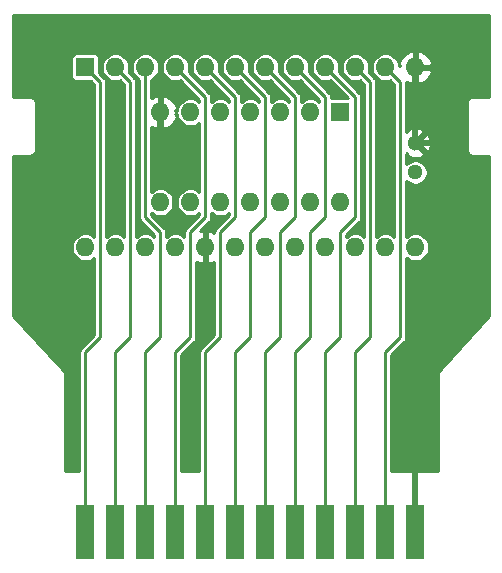
<source format=gbr>
%TF.GenerationSoftware,KiCad,Pcbnew,5.1.9+dfsg1-1+deb11u1*%
%TF.CreationDate,2022-09-21T02:53:36+02:00*%
%TF.ProjectId,outline+2600cart,6f75746c-696e-4652-9b32-363030636172,rev?*%
%TF.SameCoordinates,Original*%
%TF.FileFunction,Copper,L1,Top*%
%TF.FilePolarity,Positive*%
%FSLAX46Y46*%
G04 Gerber Fmt 4.6, Leading zero omitted, Abs format (unit mm)*
G04 Created by KiCad (PCBNEW 5.1.9+dfsg1-1+deb11u1) date 2022-09-21 02:53:36*
%MOMM*%
%LPD*%
G01*
G04 APERTURE LIST*
%TA.AperFunction,ComponentPad*%
%ADD10R,1.600000X1.600000*%
%TD*%
%TA.AperFunction,ComponentPad*%
%ADD11O,1.600000X1.600000*%
%TD*%
%TA.AperFunction,ComponentPad*%
%ADD12O,1.300000X1.300000*%
%TD*%
%TA.AperFunction,ComponentPad*%
%ADD13C,1.300000*%
%TD*%
%TA.AperFunction,ConnectorPad*%
%ADD14R,1.524000X4.572000*%
%TD*%
%TA.AperFunction,ViaPad*%
%ADD15C,0.600000*%
%TD*%
%TA.AperFunction,Conductor*%
%ADD16C,0.500000*%
%TD*%
%TA.AperFunction,Conductor*%
%ADD17C,0.250000*%
%TD*%
%TA.AperFunction,Conductor*%
%ADD18C,0.254000*%
%TD*%
%TA.AperFunction,Conductor*%
%ADD19C,0.100000*%
%TD*%
G04 APERTURE END LIST*
D10*
%TO.P,U3,1*%
%TO.N,A7*%
X95504000Y-50800000D03*
D11*
%TO.P,U3,2*%
%TO.N,A6*%
X98044000Y-50800000D03*
%TO.P,U3,3*%
%TO.N,A5*%
X100584000Y-50800000D03*
%TO.P,U3,4*%
%TO.N,A4*%
X103124000Y-50800000D03*
%TO.P,U3,5*%
%TO.N,A3*%
X105664000Y-50800000D03*
%TO.P,U3,6*%
%TO.N,A2*%
X108204000Y-50800000D03*
%TO.P,U3,7*%
%TO.N,A1*%
X110744000Y-50800000D03*
%TO.P,U3,8*%
%TO.N,A0*%
X113284000Y-50800000D03*
%TO.P,U3,9*%
%TO.N,D0*%
X115824000Y-50800000D03*
%TO.P,U3,10*%
%TO.N,D1*%
X118364000Y-50800000D03*
%TO.P,U3,11*%
%TO.N,D2*%
X120904000Y-50800000D03*
%TO.P,U3,12*%
%TO.N,GND*%
X123444000Y-50800000D03*
%TO.P,U3,13*%
%TO.N,D3*%
X123444000Y-66040000D03*
%TO.P,U3,14*%
%TO.N,D4*%
X120904000Y-66040000D03*
%TO.P,U3,15*%
%TO.N,D5*%
X118364000Y-66040000D03*
%TO.P,U3,16*%
%TO.N,D6*%
X115824000Y-66040000D03*
%TO.P,U3,17*%
%TO.N,D7*%
X113284000Y-66040000D03*
%TO.P,U3,18*%
%TO.N,~ENABLE*%
X110744000Y-66040000D03*
%TO.P,U3,19*%
%TO.N,A10*%
X108204000Y-66040000D03*
%TO.P,U3,20*%
%TO.N,GND*%
X105664000Y-66040000D03*
%TO.P,U3,21*%
%TO.N,A11*%
X103124000Y-66040000D03*
%TO.P,U3,22*%
%TO.N,A9*%
X100584000Y-66040000D03*
%TO.P,U3,23*%
%TO.N,A8*%
X98044000Y-66040000D03*
%TO.P,U3,24*%
%TO.N,VCC*%
X95504000Y-66040000D03*
%TD*%
D12*
%TO.P,C1,1*%
%TO.N,VCC*%
X123444000Y-59690000D03*
D13*
%TO.P,C1,2*%
%TO.N,GND*%
X123444000Y-57190000D03*
%TD*%
D10*
%TO.P,U2,1*%
%TO.N,VCC*%
X117094000Y-54610000D03*
D11*
%TO.P,U2,2*%
%TO.N,Net-(U2-Pad2)*%
X114554000Y-54610000D03*
%TO.P,U2,3*%
%TO.N,VCC*%
X112014000Y-54610000D03*
%TO.P,U2,4*%
%TO.N,Net-(U2-Pad4)*%
X109474000Y-54610000D03*
%TO.P,U2,5*%
%TO.N,VCC*%
X106934000Y-54610000D03*
%TO.P,U2,6*%
%TO.N,Net-(U2-Pad6)*%
X104394000Y-54610000D03*
%TO.P,U2,7*%
%TO.N,GND*%
X101854000Y-54610000D03*
%TO.P,U2,8*%
%TO.N,Net-(U2-Pad8)*%
X101854000Y-62230000D03*
%TO.P,U2,9*%
%TO.N,VCC*%
X104394000Y-62230000D03*
%TO.P,U2,10*%
%TO.N,Net-(U2-Pad10)*%
X106934000Y-62230000D03*
%TO.P,U2,11*%
%TO.N,VCC*%
X109474000Y-62230000D03*
%TO.P,U2,12*%
%TO.N,~ENABLE*%
X112014000Y-62230000D03*
%TO.P,U2,13*%
%TO.N,A12*%
X114554000Y-62230000D03*
%TO.P,U2,14*%
%TO.N,VCC*%
X117094000Y-62230000D03*
%TD*%
D14*
%TO.P,U1,12*%
%TO.N,GND*%
X123444000Y-90170000D03*
%TO.P,U1,11*%
%TO.N,D2*%
X120904000Y-90170000D03*
%TO.P,U1,10*%
%TO.N,D1*%
X118364000Y-90170000D03*
%TO.P,U1,9*%
%TO.N,D0*%
X115824000Y-90170000D03*
%TO.P,U1,8*%
%TO.N,A0*%
X113284000Y-90170000D03*
%TO.P,U1,7*%
%TO.N,A1*%
X110744000Y-90170000D03*
%TO.P,U1,6*%
%TO.N,A2*%
X108204000Y-90170000D03*
%TO.P,U1,5*%
%TO.N,A3*%
X105664000Y-90170000D03*
%TO.P,U1,4*%
%TO.N,A4*%
X103124000Y-90170000D03*
%TO.P,U1,3*%
%TO.N,A5*%
X100584000Y-90170000D03*
%TO.P,U1,2*%
%TO.N,A6*%
X98044000Y-90170000D03*
%TO.P,U1,1*%
%TO.N,A7*%
X95504000Y-90170000D03*
%TD*%
D15*
%TO.N,GND*%
X103124000Y-63500000D03*
%TD*%
D16*
%TO.N,GND*%
X101854000Y-54610000D02*
X101854000Y-55880000D01*
X101854000Y-55880000D02*
X103124000Y-57150000D01*
X103124000Y-57150000D02*
X103124000Y-63500000D01*
X123444000Y-88900000D02*
X123444000Y-74930000D01*
X123444000Y-74930000D02*
X124714000Y-73660000D01*
X124714000Y-73660000D02*
X125984000Y-72390000D01*
X125984000Y-72390000D02*
X125984000Y-58420000D01*
X125984000Y-58420000D02*
X124754000Y-57190000D01*
X124754000Y-57190000D02*
X123444000Y-57190000D01*
X123444000Y-57190000D02*
X123444000Y-50800000D01*
D17*
%TO.N,A7*%
X96774000Y-52070000D02*
X95504000Y-50800000D01*
X96774000Y-73660000D02*
X96774000Y-52070000D01*
X95504000Y-88900000D02*
X95504000Y-74930000D01*
X95504000Y-74930000D02*
X96774000Y-73660000D01*
%TO.N,A6*%
X99314000Y-52070000D02*
X98044000Y-50800000D01*
X99314000Y-73660000D02*
X99314000Y-52070000D01*
X98044000Y-88900000D02*
X98044000Y-74930000D01*
X98044000Y-74930000D02*
X99314000Y-73660000D01*
%TO.N,A5*%
X100584000Y-63500000D02*
X100584000Y-50800000D01*
X101854000Y-64770000D02*
X100584000Y-63500000D01*
X101854000Y-73660000D02*
X101854000Y-64770000D01*
X100584000Y-88900000D02*
X100584000Y-74930000D01*
X100584000Y-74930000D02*
X101854000Y-73660000D01*
%TO.N,A4*%
X105664000Y-53340000D02*
X103124000Y-50800000D01*
X105664000Y-63500000D02*
X105664000Y-53340000D01*
X104394000Y-64770000D02*
X105664000Y-63500000D01*
X104394000Y-73660000D02*
X104394000Y-64770000D01*
X103124000Y-88900000D02*
X103124000Y-74930000D01*
X103124000Y-74930000D02*
X104394000Y-73660000D01*
%TO.N,A3*%
X108204000Y-53340000D02*
X105664000Y-50800000D01*
X108204000Y-63500000D02*
X108204000Y-53340000D01*
X106934000Y-64770000D02*
X108204000Y-63500000D01*
X106934000Y-73660000D02*
X106934000Y-64770000D01*
X105664000Y-88900000D02*
X105664000Y-74930000D01*
X105664000Y-74930000D02*
X106934000Y-73660000D01*
%TO.N,A2*%
X108204000Y-88900000D02*
X108204000Y-74930000D01*
X108204000Y-74930000D02*
X109474000Y-73660000D01*
X110744000Y-53340000D02*
X108204000Y-50800000D01*
X110744000Y-63500000D02*
X110744000Y-53340000D01*
X109474000Y-64770000D02*
X110744000Y-63500000D01*
X109474000Y-73660000D02*
X109474000Y-64770000D01*
%TO.N,A1*%
X113284000Y-53340000D02*
X110744000Y-50800000D01*
X113284000Y-63500000D02*
X113284000Y-53340000D01*
X112014000Y-64770000D02*
X113284000Y-63500000D01*
X112014000Y-73660000D02*
X112014000Y-64770000D01*
X110744000Y-88900000D02*
X110744000Y-74930000D01*
X110744000Y-74930000D02*
X112014000Y-73660000D01*
%TO.N,A0*%
X113284000Y-88900000D02*
X113284000Y-74930000D01*
X115824000Y-53340000D02*
X113284000Y-50800000D01*
X115824000Y-63500000D02*
X115824000Y-53340000D01*
X114554000Y-64770000D02*
X115824000Y-63500000D01*
X114554000Y-73660000D02*
X114554000Y-64770000D01*
X113284000Y-74930000D02*
X114554000Y-73660000D01*
%TO.N,D0*%
X118364000Y-53340000D02*
X115824000Y-50800000D01*
X118364000Y-63500000D02*
X118364000Y-53340000D01*
X117094000Y-64770000D02*
X118364000Y-63500000D01*
X117094000Y-73660000D02*
X117094000Y-64770000D01*
X115824000Y-88900000D02*
X115824000Y-74930000D01*
X115824000Y-74930000D02*
X117094000Y-73660000D01*
%TO.N,D1*%
X119634000Y-52070000D02*
X118364000Y-50800000D01*
X119634000Y-73660000D02*
X119634000Y-52070000D01*
X118364000Y-88900000D02*
X118364000Y-74930000D01*
X118364000Y-74930000D02*
X119634000Y-73660000D01*
%TO.N,D2*%
X120904000Y-88900000D02*
X120904000Y-74930000D01*
X120904000Y-74930000D02*
X122174000Y-73660000D01*
X122174000Y-52070000D02*
X120904000Y-50800000D01*
X122174000Y-73660000D02*
X122174000Y-52070000D01*
%TD*%
D18*
%TO.N,GND*%
X107698000Y-63290408D02*
X106593780Y-64394629D01*
X106574474Y-64410473D01*
X106511242Y-64487521D01*
X106486127Y-64534508D01*
X106464255Y-64575426D01*
X106435322Y-64670808D01*
X106425553Y-64770000D01*
X106428001Y-64794856D01*
X106428001Y-64828666D01*
X106401420Y-64808963D01*
X106147087Y-64688754D01*
X106013039Y-64648096D01*
X105791000Y-64770085D01*
X105791000Y-65913000D01*
X105811000Y-65913000D01*
X105811000Y-66167000D01*
X105791000Y-66167000D01*
X105791000Y-67309915D01*
X106013039Y-67431904D01*
X106147087Y-67391246D01*
X106401420Y-67271037D01*
X106428001Y-67251334D01*
X106428000Y-73450408D01*
X105323780Y-74554629D01*
X105304474Y-74570473D01*
X105241242Y-74647521D01*
X105216127Y-74694508D01*
X105194255Y-74735426D01*
X105165322Y-74830808D01*
X105155553Y-74930000D01*
X105158001Y-74954856D01*
X105158000Y-84963000D01*
X103630000Y-84963000D01*
X103630000Y-75139591D01*
X104734220Y-74035372D01*
X104753527Y-74019527D01*
X104816759Y-73942479D01*
X104863745Y-73854575D01*
X104892678Y-73759193D01*
X104900000Y-73684854D01*
X104900000Y-73684847D01*
X104902447Y-73660001D01*
X104900000Y-73635155D01*
X104900000Y-67251335D01*
X104926580Y-67271037D01*
X105180913Y-67391246D01*
X105314961Y-67431904D01*
X105537000Y-67309915D01*
X105537000Y-66167000D01*
X105517000Y-66167000D01*
X105517000Y-65913000D01*
X105537000Y-65913000D01*
X105537000Y-64770085D01*
X105314961Y-64648096D01*
X105195158Y-64684433D01*
X106004220Y-63875372D01*
X106023527Y-63859527D01*
X106086759Y-63782479D01*
X106133745Y-63694575D01*
X106162678Y-63599193D01*
X106170000Y-63524854D01*
X106170000Y-63524847D01*
X106172447Y-63500001D01*
X106170000Y-63475155D01*
X106170000Y-63136185D01*
X106181157Y-63147342D01*
X106374587Y-63276588D01*
X106589515Y-63365614D01*
X106817682Y-63411000D01*
X107050318Y-63411000D01*
X107278485Y-63365614D01*
X107493413Y-63276588D01*
X107686843Y-63147342D01*
X107698000Y-63136185D01*
X107698000Y-63290408D01*
%TA.AperFunction,Conductor*%
D19*
G36*
X107698000Y-63290408D02*
G01*
X106593780Y-64394629D01*
X106574474Y-64410473D01*
X106511242Y-64487521D01*
X106486127Y-64534508D01*
X106464255Y-64575426D01*
X106435322Y-64670808D01*
X106425553Y-64770000D01*
X106428001Y-64794856D01*
X106428001Y-64828666D01*
X106401420Y-64808963D01*
X106147087Y-64688754D01*
X106013039Y-64648096D01*
X105791000Y-64770085D01*
X105791000Y-65913000D01*
X105811000Y-65913000D01*
X105811000Y-66167000D01*
X105791000Y-66167000D01*
X105791000Y-67309915D01*
X106013039Y-67431904D01*
X106147087Y-67391246D01*
X106401420Y-67271037D01*
X106428001Y-67251334D01*
X106428000Y-73450408D01*
X105323780Y-74554629D01*
X105304474Y-74570473D01*
X105241242Y-74647521D01*
X105216127Y-74694508D01*
X105194255Y-74735426D01*
X105165322Y-74830808D01*
X105155553Y-74930000D01*
X105158001Y-74954856D01*
X105158000Y-84963000D01*
X103630000Y-84963000D01*
X103630000Y-75139591D01*
X104734220Y-74035372D01*
X104753527Y-74019527D01*
X104816759Y-73942479D01*
X104863745Y-73854575D01*
X104892678Y-73759193D01*
X104900000Y-73684854D01*
X104900000Y-73684847D01*
X104902447Y-73660001D01*
X104900000Y-73635155D01*
X104900000Y-67251335D01*
X104926580Y-67271037D01*
X105180913Y-67391246D01*
X105314961Y-67431904D01*
X105537000Y-67309915D01*
X105537000Y-66167000D01*
X105517000Y-66167000D01*
X105517000Y-65913000D01*
X105537000Y-65913000D01*
X105537000Y-64770085D01*
X105314961Y-64648096D01*
X105195158Y-64684433D01*
X106004220Y-63875372D01*
X106023527Y-63859527D01*
X106086759Y-63782479D01*
X106133745Y-63694575D01*
X106162678Y-63599193D01*
X106170000Y-63524854D01*
X106170000Y-63524847D01*
X106172447Y-63500001D01*
X106170000Y-63475155D01*
X106170000Y-63136185D01*
X106181157Y-63147342D01*
X106374587Y-63276588D01*
X106589515Y-63365614D01*
X106817682Y-63411000D01*
X107050318Y-63411000D01*
X107278485Y-63365614D01*
X107493413Y-63276588D01*
X107686843Y-63147342D01*
X107698000Y-63136185D01*
X107698000Y-63290408D01*
G37*
%TD.AperFunction*%
D18*
X129667000Y-53289200D02*
X128320347Y-53289200D01*
X128295400Y-53286743D01*
X128270453Y-53289200D01*
X128195815Y-53296551D01*
X128100057Y-53325599D01*
X128011805Y-53372771D01*
X127934452Y-53436252D01*
X127870971Y-53513605D01*
X127823799Y-53601857D01*
X127794751Y-53697615D01*
X127784943Y-53797200D01*
X127787401Y-53822157D01*
X127787400Y-57760053D01*
X127784943Y-57785000D01*
X127794751Y-57884585D01*
X127823799Y-57980343D01*
X127870971Y-58068595D01*
X127934452Y-58145948D01*
X128011805Y-58209429D01*
X128100057Y-58256601D01*
X128195815Y-58285649D01*
X128295400Y-58295457D01*
X128320347Y-58293000D01*
X129667001Y-58293000D01*
X129667000Y-71887951D01*
X125481233Y-76465370D01*
X125470653Y-76474052D01*
X125447547Y-76502207D01*
X125439875Y-76510597D01*
X125431710Y-76521505D01*
X125407172Y-76551405D01*
X125401786Y-76561482D01*
X125394932Y-76570638D01*
X125378229Y-76605553D01*
X125360000Y-76639657D01*
X125356683Y-76650593D01*
X125351748Y-76660908D01*
X125342181Y-76698398D01*
X125330952Y-76735415D01*
X125329832Y-76746792D01*
X125327005Y-76757868D01*
X125324935Y-76796509D01*
X125323601Y-76810053D01*
X125323601Y-76821409D01*
X125321652Y-76857790D01*
X125323601Y-76871342D01*
X125323600Y-84963000D01*
X121410000Y-84963000D01*
X121410000Y-75139591D01*
X122514220Y-74035372D01*
X122533527Y-74019527D01*
X122596759Y-73942479D01*
X122643745Y-73854575D01*
X122672678Y-73759193D01*
X122680000Y-73684854D01*
X122680000Y-73684847D01*
X122682447Y-73660001D01*
X122680000Y-73635155D01*
X122680000Y-66946185D01*
X122691157Y-66957342D01*
X122884587Y-67086588D01*
X123099515Y-67175614D01*
X123327682Y-67221000D01*
X123560318Y-67221000D01*
X123788485Y-67175614D01*
X124003413Y-67086588D01*
X124196843Y-66957342D01*
X124361342Y-66792843D01*
X124490588Y-66599413D01*
X124579614Y-66384485D01*
X124625000Y-66156318D01*
X124625000Y-65923682D01*
X124579614Y-65695515D01*
X124490588Y-65480587D01*
X124361342Y-65287157D01*
X124196843Y-65122658D01*
X124003413Y-64993412D01*
X123788485Y-64904386D01*
X123560318Y-64859000D01*
X123327682Y-64859000D01*
X123099515Y-64904386D01*
X122884587Y-64993412D01*
X122691157Y-65122658D01*
X122680000Y-65133815D01*
X122680000Y-60384054D01*
X122786776Y-60490830D01*
X122955638Y-60603661D01*
X123143268Y-60681380D01*
X123342455Y-60721000D01*
X123545545Y-60721000D01*
X123744732Y-60681380D01*
X123932362Y-60603661D01*
X124101224Y-60490830D01*
X124244830Y-60347224D01*
X124357661Y-60178362D01*
X124435380Y-59990732D01*
X124475000Y-59791545D01*
X124475000Y-59588455D01*
X124435380Y-59389268D01*
X124357661Y-59201638D01*
X124244830Y-59032776D01*
X124101224Y-58889170D01*
X123932362Y-58776339D01*
X123744732Y-58698620D01*
X123545545Y-58659000D01*
X123342455Y-58659000D01*
X123143268Y-58698620D01*
X122955638Y-58776339D01*
X122786776Y-58889170D01*
X122680000Y-58995946D01*
X122680000Y-58133608D01*
X122738079Y-58075529D01*
X122791466Y-58304201D01*
X123021374Y-58410095D01*
X123267524Y-58469102D01*
X123520455Y-58478952D01*
X123770449Y-58439270D01*
X124007896Y-58351578D01*
X124096534Y-58304201D01*
X124149922Y-58075527D01*
X123444000Y-57369605D01*
X123429858Y-57383748D01*
X123250253Y-57204143D01*
X123264395Y-57190000D01*
X123623605Y-57190000D01*
X124329527Y-57895922D01*
X124558201Y-57842534D01*
X124664095Y-57612626D01*
X124723102Y-57366476D01*
X124732952Y-57113545D01*
X124693270Y-56863551D01*
X124605578Y-56626104D01*
X124558201Y-56537466D01*
X124329527Y-56484078D01*
X123623605Y-57190000D01*
X123264395Y-57190000D01*
X123250253Y-57175858D01*
X123429858Y-56996253D01*
X123444000Y-57010395D01*
X124149922Y-56304473D01*
X124096534Y-56075799D01*
X123866626Y-55969905D01*
X123620476Y-55910898D01*
X123367545Y-55901048D01*
X123117551Y-55940730D01*
X122880104Y-56028422D01*
X122791466Y-56075799D01*
X122738079Y-56304471D01*
X122680000Y-56246392D01*
X122680000Y-52094845D01*
X122682447Y-52069999D01*
X122680000Y-52045153D01*
X122680000Y-52045146D01*
X122676407Y-52008672D01*
X122706580Y-52031037D01*
X122960913Y-52151246D01*
X123094961Y-52191904D01*
X123317000Y-52069915D01*
X123317000Y-50927000D01*
X123571000Y-50927000D01*
X123571000Y-52069915D01*
X123793039Y-52191904D01*
X123927087Y-52151246D01*
X124181420Y-52031037D01*
X124407414Y-51863519D01*
X124596385Y-51655131D01*
X124741070Y-51413881D01*
X124835909Y-51149040D01*
X124714624Y-50927000D01*
X123571000Y-50927000D01*
X123317000Y-50927000D01*
X123297000Y-50927000D01*
X123297000Y-50673000D01*
X123317000Y-50673000D01*
X123317000Y-49530085D01*
X123571000Y-49530085D01*
X123571000Y-50673000D01*
X124714624Y-50673000D01*
X124835909Y-50450960D01*
X124741070Y-50186119D01*
X124596385Y-49944869D01*
X124407414Y-49736481D01*
X124181420Y-49568963D01*
X123927087Y-49448754D01*
X123793039Y-49408096D01*
X123571000Y-49530085D01*
X123317000Y-49530085D01*
X123094961Y-49408096D01*
X122960913Y-49448754D01*
X122706580Y-49568963D01*
X122480586Y-49736481D01*
X122291615Y-49944869D01*
X122146930Y-50186119D01*
X122052091Y-50450960D01*
X122173375Y-50672998D01*
X122082875Y-50672998D01*
X122039614Y-50455515D01*
X121950588Y-50240587D01*
X121821342Y-50047157D01*
X121656843Y-49882658D01*
X121463413Y-49753412D01*
X121248485Y-49664386D01*
X121020318Y-49619000D01*
X120787682Y-49619000D01*
X120559515Y-49664386D01*
X120344587Y-49753412D01*
X120151157Y-49882658D01*
X119986658Y-50047157D01*
X119857412Y-50240587D01*
X119768386Y-50455515D01*
X119723000Y-50683682D01*
X119723000Y-50916318D01*
X119768386Y-51144485D01*
X119857412Y-51359413D01*
X119986658Y-51552843D01*
X120151157Y-51717342D01*
X120344587Y-51846588D01*
X120559515Y-51935614D01*
X120787682Y-51981000D01*
X121020318Y-51981000D01*
X121248485Y-51935614D01*
X121301898Y-51913490D01*
X121668001Y-52279593D01*
X121668000Y-65133815D01*
X121656843Y-65122658D01*
X121463413Y-64993412D01*
X121248485Y-64904386D01*
X121020318Y-64859000D01*
X120787682Y-64859000D01*
X120559515Y-64904386D01*
X120344587Y-64993412D01*
X120151157Y-65122658D01*
X120140000Y-65133815D01*
X120140000Y-52094845D01*
X120142447Y-52069999D01*
X120140000Y-52045153D01*
X120140000Y-52045146D01*
X120132678Y-51970807D01*
X120103745Y-51875425D01*
X120056759Y-51787521D01*
X119993527Y-51710473D01*
X119974220Y-51694628D01*
X119477490Y-51197898D01*
X119499614Y-51144485D01*
X119545000Y-50916318D01*
X119545000Y-50683682D01*
X119499614Y-50455515D01*
X119410588Y-50240587D01*
X119281342Y-50047157D01*
X119116843Y-49882658D01*
X118923413Y-49753412D01*
X118708485Y-49664386D01*
X118480318Y-49619000D01*
X118247682Y-49619000D01*
X118019515Y-49664386D01*
X117804587Y-49753412D01*
X117611157Y-49882658D01*
X117446658Y-50047157D01*
X117317412Y-50240587D01*
X117228386Y-50455515D01*
X117183000Y-50683682D01*
X117183000Y-50916318D01*
X117228386Y-51144485D01*
X117317412Y-51359413D01*
X117446658Y-51552843D01*
X117611157Y-51717342D01*
X117804587Y-51846588D01*
X118019515Y-51935614D01*
X118247682Y-51981000D01*
X118480318Y-51981000D01*
X118708485Y-51935614D01*
X118761898Y-51913490D01*
X119128001Y-52279593D01*
X119128000Y-65133815D01*
X119116843Y-65122658D01*
X118923413Y-64993412D01*
X118708485Y-64904386D01*
X118480318Y-64859000D01*
X118247682Y-64859000D01*
X118019515Y-64904386D01*
X117804587Y-64993412D01*
X117611157Y-65122658D01*
X117600000Y-65133815D01*
X117600000Y-64979591D01*
X118704220Y-63875372D01*
X118723527Y-63859527D01*
X118786759Y-63782479D01*
X118833745Y-63694575D01*
X118862678Y-63599193D01*
X118870000Y-63524854D01*
X118870000Y-63524847D01*
X118872447Y-63500001D01*
X118870000Y-63475155D01*
X118870000Y-53364845D01*
X118872447Y-53339999D01*
X118870000Y-53315153D01*
X118870000Y-53315146D01*
X118862678Y-53240807D01*
X118833745Y-53145425D01*
X118786759Y-53057521D01*
X118723527Y-52980473D01*
X118704220Y-52964628D01*
X116937490Y-51197898D01*
X116959614Y-51144485D01*
X117005000Y-50916318D01*
X117005000Y-50683682D01*
X116959614Y-50455515D01*
X116870588Y-50240587D01*
X116741342Y-50047157D01*
X116576843Y-49882658D01*
X116383413Y-49753412D01*
X116168485Y-49664386D01*
X115940318Y-49619000D01*
X115707682Y-49619000D01*
X115479515Y-49664386D01*
X115264587Y-49753412D01*
X115071157Y-49882658D01*
X114906658Y-50047157D01*
X114777412Y-50240587D01*
X114688386Y-50455515D01*
X114643000Y-50683682D01*
X114643000Y-50916318D01*
X114688386Y-51144485D01*
X114777412Y-51359413D01*
X114906658Y-51552843D01*
X115071157Y-51717342D01*
X115264587Y-51846588D01*
X115479515Y-51935614D01*
X115707682Y-51981000D01*
X115940318Y-51981000D01*
X116168485Y-51935614D01*
X116221898Y-51913490D01*
X117735565Y-53427157D01*
X116330000Y-53427157D01*
X116330000Y-53364845D01*
X116332447Y-53339999D01*
X116330000Y-53315153D01*
X116330000Y-53315146D01*
X116322678Y-53240807D01*
X116293745Y-53145425D01*
X116246759Y-53057521D01*
X116183527Y-52980473D01*
X116164220Y-52964628D01*
X114397490Y-51197898D01*
X114419614Y-51144485D01*
X114465000Y-50916318D01*
X114465000Y-50683682D01*
X114419614Y-50455515D01*
X114330588Y-50240587D01*
X114201342Y-50047157D01*
X114036843Y-49882658D01*
X113843413Y-49753412D01*
X113628485Y-49664386D01*
X113400318Y-49619000D01*
X113167682Y-49619000D01*
X112939515Y-49664386D01*
X112724587Y-49753412D01*
X112531157Y-49882658D01*
X112366658Y-50047157D01*
X112237412Y-50240587D01*
X112148386Y-50455515D01*
X112103000Y-50683682D01*
X112103000Y-50916318D01*
X112148386Y-51144485D01*
X112237412Y-51359413D01*
X112366658Y-51552843D01*
X112531157Y-51717342D01*
X112724587Y-51846588D01*
X112939515Y-51935614D01*
X113167682Y-51981000D01*
X113400318Y-51981000D01*
X113628485Y-51935614D01*
X113681898Y-51913490D01*
X115318001Y-53549593D01*
X115318001Y-53703816D01*
X115306843Y-53692658D01*
X115113413Y-53563412D01*
X114898485Y-53474386D01*
X114670318Y-53429000D01*
X114437682Y-53429000D01*
X114209515Y-53474386D01*
X113994587Y-53563412D01*
X113801157Y-53692658D01*
X113790000Y-53703815D01*
X113790000Y-53364845D01*
X113792447Y-53339999D01*
X113790000Y-53315153D01*
X113790000Y-53315146D01*
X113782678Y-53240807D01*
X113753745Y-53145425D01*
X113706759Y-53057521D01*
X113643527Y-52980473D01*
X113624220Y-52964628D01*
X111857490Y-51197898D01*
X111879614Y-51144485D01*
X111925000Y-50916318D01*
X111925000Y-50683682D01*
X111879614Y-50455515D01*
X111790588Y-50240587D01*
X111661342Y-50047157D01*
X111496843Y-49882658D01*
X111303413Y-49753412D01*
X111088485Y-49664386D01*
X110860318Y-49619000D01*
X110627682Y-49619000D01*
X110399515Y-49664386D01*
X110184587Y-49753412D01*
X109991157Y-49882658D01*
X109826658Y-50047157D01*
X109697412Y-50240587D01*
X109608386Y-50455515D01*
X109563000Y-50683682D01*
X109563000Y-50916318D01*
X109608386Y-51144485D01*
X109697412Y-51359413D01*
X109826658Y-51552843D01*
X109991157Y-51717342D01*
X110184587Y-51846588D01*
X110399515Y-51935614D01*
X110627682Y-51981000D01*
X110860318Y-51981000D01*
X111088485Y-51935614D01*
X111141898Y-51913490D01*
X112778001Y-53549593D01*
X112778001Y-53703816D01*
X112766843Y-53692658D01*
X112573413Y-53563412D01*
X112358485Y-53474386D01*
X112130318Y-53429000D01*
X111897682Y-53429000D01*
X111669515Y-53474386D01*
X111454587Y-53563412D01*
X111261157Y-53692658D01*
X111250000Y-53703815D01*
X111250000Y-53364845D01*
X111252447Y-53339999D01*
X111250000Y-53315153D01*
X111250000Y-53315146D01*
X111242678Y-53240807D01*
X111213745Y-53145425D01*
X111166759Y-53057521D01*
X111103527Y-52980473D01*
X111084220Y-52964628D01*
X109317490Y-51197898D01*
X109339614Y-51144485D01*
X109385000Y-50916318D01*
X109385000Y-50683682D01*
X109339614Y-50455515D01*
X109250588Y-50240587D01*
X109121342Y-50047157D01*
X108956843Y-49882658D01*
X108763413Y-49753412D01*
X108548485Y-49664386D01*
X108320318Y-49619000D01*
X108087682Y-49619000D01*
X107859515Y-49664386D01*
X107644587Y-49753412D01*
X107451157Y-49882658D01*
X107286658Y-50047157D01*
X107157412Y-50240587D01*
X107068386Y-50455515D01*
X107023000Y-50683682D01*
X107023000Y-50916318D01*
X107068386Y-51144485D01*
X107157412Y-51359413D01*
X107286658Y-51552843D01*
X107451157Y-51717342D01*
X107644587Y-51846588D01*
X107859515Y-51935614D01*
X108087682Y-51981000D01*
X108320318Y-51981000D01*
X108548485Y-51935614D01*
X108601898Y-51913490D01*
X110238001Y-53549593D01*
X110238001Y-53703816D01*
X110226843Y-53692658D01*
X110033413Y-53563412D01*
X109818485Y-53474386D01*
X109590318Y-53429000D01*
X109357682Y-53429000D01*
X109129515Y-53474386D01*
X108914587Y-53563412D01*
X108721157Y-53692658D01*
X108710000Y-53703815D01*
X108710000Y-53364845D01*
X108712447Y-53339999D01*
X108710000Y-53315153D01*
X108710000Y-53315146D01*
X108702678Y-53240807D01*
X108673745Y-53145425D01*
X108626759Y-53057521D01*
X108563527Y-52980473D01*
X108544220Y-52964628D01*
X106777490Y-51197898D01*
X106799614Y-51144485D01*
X106845000Y-50916318D01*
X106845000Y-50683682D01*
X106799614Y-50455515D01*
X106710588Y-50240587D01*
X106581342Y-50047157D01*
X106416843Y-49882658D01*
X106223413Y-49753412D01*
X106008485Y-49664386D01*
X105780318Y-49619000D01*
X105547682Y-49619000D01*
X105319515Y-49664386D01*
X105104587Y-49753412D01*
X104911157Y-49882658D01*
X104746658Y-50047157D01*
X104617412Y-50240587D01*
X104528386Y-50455515D01*
X104483000Y-50683682D01*
X104483000Y-50916318D01*
X104528386Y-51144485D01*
X104617412Y-51359413D01*
X104746658Y-51552843D01*
X104911157Y-51717342D01*
X105104587Y-51846588D01*
X105319515Y-51935614D01*
X105547682Y-51981000D01*
X105780318Y-51981000D01*
X106008485Y-51935614D01*
X106061898Y-51913490D01*
X107698001Y-53549593D01*
X107698001Y-53703816D01*
X107686843Y-53692658D01*
X107493413Y-53563412D01*
X107278485Y-53474386D01*
X107050318Y-53429000D01*
X106817682Y-53429000D01*
X106589515Y-53474386D01*
X106374587Y-53563412D01*
X106181157Y-53692658D01*
X106170000Y-53703815D01*
X106170000Y-53364845D01*
X106172447Y-53339999D01*
X106170000Y-53315153D01*
X106170000Y-53315146D01*
X106162678Y-53240807D01*
X106133745Y-53145425D01*
X106086759Y-53057521D01*
X106023527Y-52980473D01*
X106004220Y-52964628D01*
X104237490Y-51197898D01*
X104259614Y-51144485D01*
X104305000Y-50916318D01*
X104305000Y-50683682D01*
X104259614Y-50455515D01*
X104170588Y-50240587D01*
X104041342Y-50047157D01*
X103876843Y-49882658D01*
X103683413Y-49753412D01*
X103468485Y-49664386D01*
X103240318Y-49619000D01*
X103007682Y-49619000D01*
X102779515Y-49664386D01*
X102564587Y-49753412D01*
X102371157Y-49882658D01*
X102206658Y-50047157D01*
X102077412Y-50240587D01*
X101988386Y-50455515D01*
X101943000Y-50683682D01*
X101943000Y-50916318D01*
X101988386Y-51144485D01*
X102077412Y-51359413D01*
X102206658Y-51552843D01*
X102371157Y-51717342D01*
X102564587Y-51846588D01*
X102779515Y-51935614D01*
X103007682Y-51981000D01*
X103240318Y-51981000D01*
X103468485Y-51935614D01*
X103521898Y-51913490D01*
X105158001Y-53549593D01*
X105158001Y-53703816D01*
X105146843Y-53692658D01*
X104953413Y-53563412D01*
X104738485Y-53474386D01*
X104510318Y-53429000D01*
X104277682Y-53429000D01*
X104049515Y-53474386D01*
X103834587Y-53563412D01*
X103641157Y-53692658D01*
X103476658Y-53857157D01*
X103347412Y-54050587D01*
X103258386Y-54265515D01*
X103215125Y-54482998D01*
X103124625Y-54482998D01*
X103245909Y-54260960D01*
X103151070Y-53996119D01*
X103006385Y-53754869D01*
X102817414Y-53546481D01*
X102591420Y-53378963D01*
X102337087Y-53258754D01*
X102203039Y-53218096D01*
X101981000Y-53340085D01*
X101981000Y-54483000D01*
X102001000Y-54483000D01*
X102001000Y-54737000D01*
X101981000Y-54737000D01*
X101981000Y-55879915D01*
X102203039Y-56001904D01*
X102337087Y-55961246D01*
X102591420Y-55841037D01*
X102817414Y-55673519D01*
X103006385Y-55465131D01*
X103151070Y-55223881D01*
X103245909Y-54959040D01*
X103124625Y-54737002D01*
X103215125Y-54737002D01*
X103258386Y-54954485D01*
X103347412Y-55169413D01*
X103476658Y-55362843D01*
X103641157Y-55527342D01*
X103834587Y-55656588D01*
X104049515Y-55745614D01*
X104277682Y-55791000D01*
X104510318Y-55791000D01*
X104738485Y-55745614D01*
X104953413Y-55656588D01*
X105146843Y-55527342D01*
X105158001Y-55516184D01*
X105158000Y-61323815D01*
X105146843Y-61312658D01*
X104953413Y-61183412D01*
X104738485Y-61094386D01*
X104510318Y-61049000D01*
X104277682Y-61049000D01*
X104049515Y-61094386D01*
X103834587Y-61183412D01*
X103641157Y-61312658D01*
X103476658Y-61477157D01*
X103347412Y-61670587D01*
X103258386Y-61885515D01*
X103213000Y-62113682D01*
X103213000Y-62346318D01*
X103258386Y-62574485D01*
X103347412Y-62789413D01*
X103476658Y-62982843D01*
X103641157Y-63147342D01*
X103834587Y-63276588D01*
X104049515Y-63365614D01*
X104277682Y-63411000D01*
X104510318Y-63411000D01*
X104738485Y-63365614D01*
X104953413Y-63276588D01*
X105146843Y-63147342D01*
X105158000Y-63136185D01*
X105158000Y-63290408D01*
X104053780Y-64394629D01*
X104034474Y-64410473D01*
X103971242Y-64487521D01*
X103946127Y-64534508D01*
X103924255Y-64575426D01*
X103895322Y-64670808D01*
X103885553Y-64770000D01*
X103888001Y-64794856D01*
X103888001Y-65133816D01*
X103876843Y-65122658D01*
X103683413Y-64993412D01*
X103468485Y-64904386D01*
X103240318Y-64859000D01*
X103007682Y-64859000D01*
X102779515Y-64904386D01*
X102564587Y-64993412D01*
X102371157Y-65122658D01*
X102360000Y-65133815D01*
X102360000Y-64794845D01*
X102362447Y-64769999D01*
X102360000Y-64745153D01*
X102360000Y-64745146D01*
X102352678Y-64670807D01*
X102323745Y-64575425D01*
X102276759Y-64487521D01*
X102213527Y-64410473D01*
X102194220Y-64394628D01*
X101090000Y-63290409D01*
X101090000Y-63136185D01*
X101101157Y-63147342D01*
X101294587Y-63276588D01*
X101509515Y-63365614D01*
X101737682Y-63411000D01*
X101970318Y-63411000D01*
X102198485Y-63365614D01*
X102413413Y-63276588D01*
X102606843Y-63147342D01*
X102771342Y-62982843D01*
X102900588Y-62789413D01*
X102989614Y-62574485D01*
X103035000Y-62346318D01*
X103035000Y-62113682D01*
X102989614Y-61885515D01*
X102900588Y-61670587D01*
X102771342Y-61477157D01*
X102606843Y-61312658D01*
X102413413Y-61183412D01*
X102198485Y-61094386D01*
X101970318Y-61049000D01*
X101737682Y-61049000D01*
X101509515Y-61094386D01*
X101294587Y-61183412D01*
X101101157Y-61312658D01*
X101090000Y-61323815D01*
X101090000Y-55821335D01*
X101116580Y-55841037D01*
X101370913Y-55961246D01*
X101504961Y-56001904D01*
X101727000Y-55879915D01*
X101727000Y-54737000D01*
X101707000Y-54737000D01*
X101707000Y-54483000D01*
X101727000Y-54483000D01*
X101727000Y-53340085D01*
X101504961Y-53218096D01*
X101370913Y-53258754D01*
X101116580Y-53378963D01*
X101090000Y-53398665D01*
X101090000Y-51868712D01*
X101143413Y-51846588D01*
X101336843Y-51717342D01*
X101501342Y-51552843D01*
X101630588Y-51359413D01*
X101719614Y-51144485D01*
X101765000Y-50916318D01*
X101765000Y-50683682D01*
X101719614Y-50455515D01*
X101630588Y-50240587D01*
X101501342Y-50047157D01*
X101336843Y-49882658D01*
X101143413Y-49753412D01*
X100928485Y-49664386D01*
X100700318Y-49619000D01*
X100467682Y-49619000D01*
X100239515Y-49664386D01*
X100024587Y-49753412D01*
X99831157Y-49882658D01*
X99666658Y-50047157D01*
X99537412Y-50240587D01*
X99448386Y-50455515D01*
X99403000Y-50683682D01*
X99403000Y-50916318D01*
X99448386Y-51144485D01*
X99537412Y-51359413D01*
X99666658Y-51552843D01*
X99831157Y-51717342D01*
X100024587Y-51846588D01*
X100078001Y-51868713D01*
X100078000Y-63475154D01*
X100075553Y-63500000D01*
X100078000Y-63524846D01*
X100078000Y-63524853D01*
X100085322Y-63599192D01*
X100114255Y-63694574D01*
X100161241Y-63782479D01*
X100224473Y-63859527D01*
X100243785Y-63875376D01*
X101348001Y-64979593D01*
X101348001Y-65133816D01*
X101336843Y-65122658D01*
X101143413Y-64993412D01*
X100928485Y-64904386D01*
X100700318Y-64859000D01*
X100467682Y-64859000D01*
X100239515Y-64904386D01*
X100024587Y-64993412D01*
X99831157Y-65122658D01*
X99820000Y-65133815D01*
X99820000Y-52094845D01*
X99822447Y-52069999D01*
X99820000Y-52045153D01*
X99820000Y-52045146D01*
X99812678Y-51970807D01*
X99783745Y-51875425D01*
X99736759Y-51787521D01*
X99673527Y-51710473D01*
X99654220Y-51694628D01*
X99157490Y-51197898D01*
X99179614Y-51144485D01*
X99225000Y-50916318D01*
X99225000Y-50683682D01*
X99179614Y-50455515D01*
X99090588Y-50240587D01*
X98961342Y-50047157D01*
X98796843Y-49882658D01*
X98603413Y-49753412D01*
X98388485Y-49664386D01*
X98160318Y-49619000D01*
X97927682Y-49619000D01*
X97699515Y-49664386D01*
X97484587Y-49753412D01*
X97291157Y-49882658D01*
X97126658Y-50047157D01*
X96997412Y-50240587D01*
X96908386Y-50455515D01*
X96863000Y-50683682D01*
X96863000Y-50916318D01*
X96908386Y-51144485D01*
X96997412Y-51359413D01*
X97126658Y-51552843D01*
X97291157Y-51717342D01*
X97484587Y-51846588D01*
X97699515Y-51935614D01*
X97927682Y-51981000D01*
X98160318Y-51981000D01*
X98388485Y-51935614D01*
X98441898Y-51913490D01*
X98808001Y-52279593D01*
X98808000Y-65133815D01*
X98796843Y-65122658D01*
X98603413Y-64993412D01*
X98388485Y-64904386D01*
X98160318Y-64859000D01*
X97927682Y-64859000D01*
X97699515Y-64904386D01*
X97484587Y-64993412D01*
X97291157Y-65122658D01*
X97280000Y-65133815D01*
X97280000Y-52094845D01*
X97282447Y-52069999D01*
X97280000Y-52045153D01*
X97280000Y-52045146D01*
X97272678Y-51970807D01*
X97243745Y-51875425D01*
X97196759Y-51787521D01*
X97133527Y-51710473D01*
X97114220Y-51694628D01*
X96686843Y-51267251D01*
X96686843Y-50000000D01*
X96679487Y-49925311D01*
X96657701Y-49853492D01*
X96622322Y-49787304D01*
X96574711Y-49729289D01*
X96516696Y-49681678D01*
X96450508Y-49646299D01*
X96378689Y-49624513D01*
X96304000Y-49617157D01*
X94704000Y-49617157D01*
X94629311Y-49624513D01*
X94557492Y-49646299D01*
X94491304Y-49681678D01*
X94433289Y-49729289D01*
X94385678Y-49787304D01*
X94350299Y-49853492D01*
X94328513Y-49925311D01*
X94321157Y-50000000D01*
X94321157Y-51600000D01*
X94328513Y-51674689D01*
X94350299Y-51746508D01*
X94385678Y-51812696D01*
X94433289Y-51870711D01*
X94491304Y-51918322D01*
X94557492Y-51953701D01*
X94629311Y-51975487D01*
X94704000Y-51982843D01*
X95971251Y-51982843D01*
X96268001Y-52279593D01*
X96268000Y-65133815D01*
X96256843Y-65122658D01*
X96063413Y-64993412D01*
X95848485Y-64904386D01*
X95620318Y-64859000D01*
X95387682Y-64859000D01*
X95159515Y-64904386D01*
X94944587Y-64993412D01*
X94751157Y-65122658D01*
X94586658Y-65287157D01*
X94457412Y-65480587D01*
X94368386Y-65695515D01*
X94323000Y-65923682D01*
X94323000Y-66156318D01*
X94368386Y-66384485D01*
X94457412Y-66599413D01*
X94586658Y-66792843D01*
X94751157Y-66957342D01*
X94944587Y-67086588D01*
X95159515Y-67175614D01*
X95387682Y-67221000D01*
X95620318Y-67221000D01*
X95848485Y-67175614D01*
X96063413Y-67086588D01*
X96256843Y-66957342D01*
X96268000Y-66946185D01*
X96268000Y-73450408D01*
X95163780Y-74554629D01*
X95144474Y-74570473D01*
X95081242Y-74647521D01*
X95056127Y-74694508D01*
X95034255Y-74735426D01*
X95005322Y-74830808D01*
X94995553Y-74930000D01*
X94998001Y-74954856D01*
X94998000Y-84963000D01*
X93802200Y-84963000D01*
X93802200Y-76869859D01*
X93804272Y-76854836D01*
X93802200Y-76819945D01*
X93802200Y-76810053D01*
X93800720Y-76795031D01*
X93798340Y-76754945D01*
X93795825Y-76745321D01*
X93794849Y-76735415D01*
X93783188Y-76696974D01*
X93773035Y-76658129D01*
X93768689Y-76649179D01*
X93765801Y-76639657D01*
X93746872Y-76604243D01*
X93729329Y-76568112D01*
X93723319Y-76560179D01*
X93718629Y-76551405D01*
X93693153Y-76520362D01*
X93684039Y-76508332D01*
X93677321Y-76501071D01*
X93655148Y-76474052D01*
X93643425Y-76464431D01*
X89408000Y-71886256D01*
X89408000Y-58293000D01*
X90754653Y-58293000D01*
X90779600Y-58295457D01*
X90804547Y-58293000D01*
X90879185Y-58285649D01*
X90974943Y-58256601D01*
X91063195Y-58209429D01*
X91140548Y-58145948D01*
X91204029Y-58068595D01*
X91251201Y-57980343D01*
X91280249Y-57884585D01*
X91290057Y-57785000D01*
X91287600Y-57760053D01*
X91287600Y-53822146D01*
X91290057Y-53797200D01*
X91280249Y-53697615D01*
X91251201Y-53601857D01*
X91204029Y-53513605D01*
X91140548Y-53436252D01*
X91063195Y-53372771D01*
X90974943Y-53325599D01*
X90879185Y-53296551D01*
X90804547Y-53289200D01*
X90779600Y-53286743D01*
X90754653Y-53289200D01*
X89408000Y-53289200D01*
X89408000Y-46355000D01*
X129667001Y-46355000D01*
X129667000Y-53289200D01*
%TA.AperFunction,Conductor*%
D19*
G36*
X129667000Y-53289200D02*
G01*
X128320347Y-53289200D01*
X128295400Y-53286743D01*
X128270453Y-53289200D01*
X128195815Y-53296551D01*
X128100057Y-53325599D01*
X128011805Y-53372771D01*
X127934452Y-53436252D01*
X127870971Y-53513605D01*
X127823799Y-53601857D01*
X127794751Y-53697615D01*
X127784943Y-53797200D01*
X127787401Y-53822157D01*
X127787400Y-57760053D01*
X127784943Y-57785000D01*
X127794751Y-57884585D01*
X127823799Y-57980343D01*
X127870971Y-58068595D01*
X127934452Y-58145948D01*
X128011805Y-58209429D01*
X128100057Y-58256601D01*
X128195815Y-58285649D01*
X128295400Y-58295457D01*
X128320347Y-58293000D01*
X129667001Y-58293000D01*
X129667000Y-71887951D01*
X125481233Y-76465370D01*
X125470653Y-76474052D01*
X125447547Y-76502207D01*
X125439875Y-76510597D01*
X125431710Y-76521505D01*
X125407172Y-76551405D01*
X125401786Y-76561482D01*
X125394932Y-76570638D01*
X125378229Y-76605553D01*
X125360000Y-76639657D01*
X125356683Y-76650593D01*
X125351748Y-76660908D01*
X125342181Y-76698398D01*
X125330952Y-76735415D01*
X125329832Y-76746792D01*
X125327005Y-76757868D01*
X125324935Y-76796509D01*
X125323601Y-76810053D01*
X125323601Y-76821409D01*
X125321652Y-76857790D01*
X125323601Y-76871342D01*
X125323600Y-84963000D01*
X121410000Y-84963000D01*
X121410000Y-75139591D01*
X122514220Y-74035372D01*
X122533527Y-74019527D01*
X122596759Y-73942479D01*
X122643745Y-73854575D01*
X122672678Y-73759193D01*
X122680000Y-73684854D01*
X122680000Y-73684847D01*
X122682447Y-73660001D01*
X122680000Y-73635155D01*
X122680000Y-66946185D01*
X122691157Y-66957342D01*
X122884587Y-67086588D01*
X123099515Y-67175614D01*
X123327682Y-67221000D01*
X123560318Y-67221000D01*
X123788485Y-67175614D01*
X124003413Y-67086588D01*
X124196843Y-66957342D01*
X124361342Y-66792843D01*
X124490588Y-66599413D01*
X124579614Y-66384485D01*
X124625000Y-66156318D01*
X124625000Y-65923682D01*
X124579614Y-65695515D01*
X124490588Y-65480587D01*
X124361342Y-65287157D01*
X124196843Y-65122658D01*
X124003413Y-64993412D01*
X123788485Y-64904386D01*
X123560318Y-64859000D01*
X123327682Y-64859000D01*
X123099515Y-64904386D01*
X122884587Y-64993412D01*
X122691157Y-65122658D01*
X122680000Y-65133815D01*
X122680000Y-60384054D01*
X122786776Y-60490830D01*
X122955638Y-60603661D01*
X123143268Y-60681380D01*
X123342455Y-60721000D01*
X123545545Y-60721000D01*
X123744732Y-60681380D01*
X123932362Y-60603661D01*
X124101224Y-60490830D01*
X124244830Y-60347224D01*
X124357661Y-60178362D01*
X124435380Y-59990732D01*
X124475000Y-59791545D01*
X124475000Y-59588455D01*
X124435380Y-59389268D01*
X124357661Y-59201638D01*
X124244830Y-59032776D01*
X124101224Y-58889170D01*
X123932362Y-58776339D01*
X123744732Y-58698620D01*
X123545545Y-58659000D01*
X123342455Y-58659000D01*
X123143268Y-58698620D01*
X122955638Y-58776339D01*
X122786776Y-58889170D01*
X122680000Y-58995946D01*
X122680000Y-58133608D01*
X122738079Y-58075529D01*
X122791466Y-58304201D01*
X123021374Y-58410095D01*
X123267524Y-58469102D01*
X123520455Y-58478952D01*
X123770449Y-58439270D01*
X124007896Y-58351578D01*
X124096534Y-58304201D01*
X124149922Y-58075527D01*
X123444000Y-57369605D01*
X123429858Y-57383748D01*
X123250253Y-57204143D01*
X123264395Y-57190000D01*
X123623605Y-57190000D01*
X124329527Y-57895922D01*
X124558201Y-57842534D01*
X124664095Y-57612626D01*
X124723102Y-57366476D01*
X124732952Y-57113545D01*
X124693270Y-56863551D01*
X124605578Y-56626104D01*
X124558201Y-56537466D01*
X124329527Y-56484078D01*
X123623605Y-57190000D01*
X123264395Y-57190000D01*
X123250253Y-57175858D01*
X123429858Y-56996253D01*
X123444000Y-57010395D01*
X124149922Y-56304473D01*
X124096534Y-56075799D01*
X123866626Y-55969905D01*
X123620476Y-55910898D01*
X123367545Y-55901048D01*
X123117551Y-55940730D01*
X122880104Y-56028422D01*
X122791466Y-56075799D01*
X122738079Y-56304471D01*
X122680000Y-56246392D01*
X122680000Y-52094845D01*
X122682447Y-52069999D01*
X122680000Y-52045153D01*
X122680000Y-52045146D01*
X122676407Y-52008672D01*
X122706580Y-52031037D01*
X122960913Y-52151246D01*
X123094961Y-52191904D01*
X123317000Y-52069915D01*
X123317000Y-50927000D01*
X123571000Y-50927000D01*
X123571000Y-52069915D01*
X123793039Y-52191904D01*
X123927087Y-52151246D01*
X124181420Y-52031037D01*
X124407414Y-51863519D01*
X124596385Y-51655131D01*
X124741070Y-51413881D01*
X124835909Y-51149040D01*
X124714624Y-50927000D01*
X123571000Y-50927000D01*
X123317000Y-50927000D01*
X123297000Y-50927000D01*
X123297000Y-50673000D01*
X123317000Y-50673000D01*
X123317000Y-49530085D01*
X123571000Y-49530085D01*
X123571000Y-50673000D01*
X124714624Y-50673000D01*
X124835909Y-50450960D01*
X124741070Y-50186119D01*
X124596385Y-49944869D01*
X124407414Y-49736481D01*
X124181420Y-49568963D01*
X123927087Y-49448754D01*
X123793039Y-49408096D01*
X123571000Y-49530085D01*
X123317000Y-49530085D01*
X123094961Y-49408096D01*
X122960913Y-49448754D01*
X122706580Y-49568963D01*
X122480586Y-49736481D01*
X122291615Y-49944869D01*
X122146930Y-50186119D01*
X122052091Y-50450960D01*
X122173375Y-50672998D01*
X122082875Y-50672998D01*
X122039614Y-50455515D01*
X121950588Y-50240587D01*
X121821342Y-50047157D01*
X121656843Y-49882658D01*
X121463413Y-49753412D01*
X121248485Y-49664386D01*
X121020318Y-49619000D01*
X120787682Y-49619000D01*
X120559515Y-49664386D01*
X120344587Y-49753412D01*
X120151157Y-49882658D01*
X119986658Y-50047157D01*
X119857412Y-50240587D01*
X119768386Y-50455515D01*
X119723000Y-50683682D01*
X119723000Y-50916318D01*
X119768386Y-51144485D01*
X119857412Y-51359413D01*
X119986658Y-51552843D01*
X120151157Y-51717342D01*
X120344587Y-51846588D01*
X120559515Y-51935614D01*
X120787682Y-51981000D01*
X121020318Y-51981000D01*
X121248485Y-51935614D01*
X121301898Y-51913490D01*
X121668001Y-52279593D01*
X121668000Y-65133815D01*
X121656843Y-65122658D01*
X121463413Y-64993412D01*
X121248485Y-64904386D01*
X121020318Y-64859000D01*
X120787682Y-64859000D01*
X120559515Y-64904386D01*
X120344587Y-64993412D01*
X120151157Y-65122658D01*
X120140000Y-65133815D01*
X120140000Y-52094845D01*
X120142447Y-52069999D01*
X120140000Y-52045153D01*
X120140000Y-52045146D01*
X120132678Y-51970807D01*
X120103745Y-51875425D01*
X120056759Y-51787521D01*
X119993527Y-51710473D01*
X119974220Y-51694628D01*
X119477490Y-51197898D01*
X119499614Y-51144485D01*
X119545000Y-50916318D01*
X119545000Y-50683682D01*
X119499614Y-50455515D01*
X119410588Y-50240587D01*
X119281342Y-50047157D01*
X119116843Y-49882658D01*
X118923413Y-49753412D01*
X118708485Y-49664386D01*
X118480318Y-49619000D01*
X118247682Y-49619000D01*
X118019515Y-49664386D01*
X117804587Y-49753412D01*
X117611157Y-49882658D01*
X117446658Y-50047157D01*
X117317412Y-50240587D01*
X117228386Y-50455515D01*
X117183000Y-50683682D01*
X117183000Y-50916318D01*
X117228386Y-51144485D01*
X117317412Y-51359413D01*
X117446658Y-51552843D01*
X117611157Y-51717342D01*
X117804587Y-51846588D01*
X118019515Y-51935614D01*
X118247682Y-51981000D01*
X118480318Y-51981000D01*
X118708485Y-51935614D01*
X118761898Y-51913490D01*
X119128001Y-52279593D01*
X119128000Y-65133815D01*
X119116843Y-65122658D01*
X118923413Y-64993412D01*
X118708485Y-64904386D01*
X118480318Y-64859000D01*
X118247682Y-64859000D01*
X118019515Y-64904386D01*
X117804587Y-64993412D01*
X117611157Y-65122658D01*
X117600000Y-65133815D01*
X117600000Y-64979591D01*
X118704220Y-63875372D01*
X118723527Y-63859527D01*
X118786759Y-63782479D01*
X118833745Y-63694575D01*
X118862678Y-63599193D01*
X118870000Y-63524854D01*
X118870000Y-63524847D01*
X118872447Y-63500001D01*
X118870000Y-63475155D01*
X118870000Y-53364845D01*
X118872447Y-53339999D01*
X118870000Y-53315153D01*
X118870000Y-53315146D01*
X118862678Y-53240807D01*
X118833745Y-53145425D01*
X118786759Y-53057521D01*
X118723527Y-52980473D01*
X118704220Y-52964628D01*
X116937490Y-51197898D01*
X116959614Y-51144485D01*
X117005000Y-50916318D01*
X117005000Y-50683682D01*
X116959614Y-50455515D01*
X116870588Y-50240587D01*
X116741342Y-50047157D01*
X116576843Y-49882658D01*
X116383413Y-49753412D01*
X116168485Y-49664386D01*
X115940318Y-49619000D01*
X115707682Y-49619000D01*
X115479515Y-49664386D01*
X115264587Y-49753412D01*
X115071157Y-49882658D01*
X114906658Y-50047157D01*
X114777412Y-50240587D01*
X114688386Y-50455515D01*
X114643000Y-50683682D01*
X114643000Y-50916318D01*
X114688386Y-51144485D01*
X114777412Y-51359413D01*
X114906658Y-51552843D01*
X115071157Y-51717342D01*
X115264587Y-51846588D01*
X115479515Y-51935614D01*
X115707682Y-51981000D01*
X115940318Y-51981000D01*
X116168485Y-51935614D01*
X116221898Y-51913490D01*
X117735565Y-53427157D01*
X116330000Y-53427157D01*
X116330000Y-53364845D01*
X116332447Y-53339999D01*
X116330000Y-53315153D01*
X116330000Y-53315146D01*
X116322678Y-53240807D01*
X116293745Y-53145425D01*
X116246759Y-53057521D01*
X116183527Y-52980473D01*
X116164220Y-52964628D01*
X114397490Y-51197898D01*
X114419614Y-51144485D01*
X114465000Y-50916318D01*
X114465000Y-50683682D01*
X114419614Y-50455515D01*
X114330588Y-50240587D01*
X114201342Y-50047157D01*
X114036843Y-49882658D01*
X113843413Y-49753412D01*
X113628485Y-49664386D01*
X113400318Y-49619000D01*
X113167682Y-49619000D01*
X112939515Y-49664386D01*
X112724587Y-49753412D01*
X112531157Y-49882658D01*
X112366658Y-50047157D01*
X112237412Y-50240587D01*
X112148386Y-50455515D01*
X112103000Y-50683682D01*
X112103000Y-50916318D01*
X112148386Y-51144485D01*
X112237412Y-51359413D01*
X112366658Y-51552843D01*
X112531157Y-51717342D01*
X112724587Y-51846588D01*
X112939515Y-51935614D01*
X113167682Y-51981000D01*
X113400318Y-51981000D01*
X113628485Y-51935614D01*
X113681898Y-51913490D01*
X115318001Y-53549593D01*
X115318001Y-53703816D01*
X115306843Y-53692658D01*
X115113413Y-53563412D01*
X114898485Y-53474386D01*
X114670318Y-53429000D01*
X114437682Y-53429000D01*
X114209515Y-53474386D01*
X113994587Y-53563412D01*
X113801157Y-53692658D01*
X113790000Y-53703815D01*
X113790000Y-53364845D01*
X113792447Y-53339999D01*
X113790000Y-53315153D01*
X113790000Y-53315146D01*
X113782678Y-53240807D01*
X113753745Y-53145425D01*
X113706759Y-53057521D01*
X113643527Y-52980473D01*
X113624220Y-52964628D01*
X111857490Y-51197898D01*
X111879614Y-51144485D01*
X111925000Y-50916318D01*
X111925000Y-50683682D01*
X111879614Y-50455515D01*
X111790588Y-50240587D01*
X111661342Y-50047157D01*
X111496843Y-49882658D01*
X111303413Y-49753412D01*
X111088485Y-49664386D01*
X110860318Y-49619000D01*
X110627682Y-49619000D01*
X110399515Y-49664386D01*
X110184587Y-49753412D01*
X109991157Y-49882658D01*
X109826658Y-50047157D01*
X109697412Y-50240587D01*
X109608386Y-50455515D01*
X109563000Y-50683682D01*
X109563000Y-50916318D01*
X109608386Y-51144485D01*
X109697412Y-51359413D01*
X109826658Y-51552843D01*
X109991157Y-51717342D01*
X110184587Y-51846588D01*
X110399515Y-51935614D01*
X110627682Y-51981000D01*
X110860318Y-51981000D01*
X111088485Y-51935614D01*
X111141898Y-51913490D01*
X112778001Y-53549593D01*
X112778001Y-53703816D01*
X112766843Y-53692658D01*
X112573413Y-53563412D01*
X112358485Y-53474386D01*
X112130318Y-53429000D01*
X111897682Y-53429000D01*
X111669515Y-53474386D01*
X111454587Y-53563412D01*
X111261157Y-53692658D01*
X111250000Y-53703815D01*
X111250000Y-53364845D01*
X111252447Y-53339999D01*
X111250000Y-53315153D01*
X111250000Y-53315146D01*
X111242678Y-53240807D01*
X111213745Y-53145425D01*
X111166759Y-53057521D01*
X111103527Y-52980473D01*
X111084220Y-52964628D01*
X109317490Y-51197898D01*
X109339614Y-51144485D01*
X109385000Y-50916318D01*
X109385000Y-50683682D01*
X109339614Y-50455515D01*
X109250588Y-50240587D01*
X109121342Y-50047157D01*
X108956843Y-49882658D01*
X108763413Y-49753412D01*
X108548485Y-49664386D01*
X108320318Y-49619000D01*
X108087682Y-49619000D01*
X107859515Y-49664386D01*
X107644587Y-49753412D01*
X107451157Y-49882658D01*
X107286658Y-50047157D01*
X107157412Y-50240587D01*
X107068386Y-50455515D01*
X107023000Y-50683682D01*
X107023000Y-50916318D01*
X107068386Y-51144485D01*
X107157412Y-51359413D01*
X107286658Y-51552843D01*
X107451157Y-51717342D01*
X107644587Y-51846588D01*
X107859515Y-51935614D01*
X108087682Y-51981000D01*
X108320318Y-51981000D01*
X108548485Y-51935614D01*
X108601898Y-51913490D01*
X110238001Y-53549593D01*
X110238001Y-53703816D01*
X110226843Y-53692658D01*
X110033413Y-53563412D01*
X109818485Y-53474386D01*
X109590318Y-53429000D01*
X109357682Y-53429000D01*
X109129515Y-53474386D01*
X108914587Y-53563412D01*
X108721157Y-53692658D01*
X108710000Y-53703815D01*
X108710000Y-53364845D01*
X108712447Y-53339999D01*
X108710000Y-53315153D01*
X108710000Y-53315146D01*
X108702678Y-53240807D01*
X108673745Y-53145425D01*
X108626759Y-53057521D01*
X108563527Y-52980473D01*
X108544220Y-52964628D01*
X106777490Y-51197898D01*
X106799614Y-51144485D01*
X106845000Y-50916318D01*
X106845000Y-50683682D01*
X106799614Y-50455515D01*
X106710588Y-50240587D01*
X106581342Y-50047157D01*
X106416843Y-49882658D01*
X106223413Y-49753412D01*
X106008485Y-49664386D01*
X105780318Y-49619000D01*
X105547682Y-49619000D01*
X105319515Y-49664386D01*
X105104587Y-49753412D01*
X104911157Y-49882658D01*
X104746658Y-50047157D01*
X104617412Y-50240587D01*
X104528386Y-50455515D01*
X104483000Y-50683682D01*
X104483000Y-50916318D01*
X104528386Y-51144485D01*
X104617412Y-51359413D01*
X104746658Y-51552843D01*
X104911157Y-51717342D01*
X105104587Y-51846588D01*
X105319515Y-51935614D01*
X105547682Y-51981000D01*
X105780318Y-51981000D01*
X106008485Y-51935614D01*
X106061898Y-51913490D01*
X107698001Y-53549593D01*
X107698001Y-53703816D01*
X107686843Y-53692658D01*
X107493413Y-53563412D01*
X107278485Y-53474386D01*
X107050318Y-53429000D01*
X106817682Y-53429000D01*
X106589515Y-53474386D01*
X106374587Y-53563412D01*
X106181157Y-53692658D01*
X106170000Y-53703815D01*
X106170000Y-53364845D01*
X106172447Y-53339999D01*
X106170000Y-53315153D01*
X106170000Y-53315146D01*
X106162678Y-53240807D01*
X106133745Y-53145425D01*
X106086759Y-53057521D01*
X106023527Y-52980473D01*
X106004220Y-52964628D01*
X104237490Y-51197898D01*
X104259614Y-51144485D01*
X104305000Y-50916318D01*
X104305000Y-50683682D01*
X104259614Y-50455515D01*
X104170588Y-50240587D01*
X104041342Y-50047157D01*
X103876843Y-49882658D01*
X103683413Y-49753412D01*
X103468485Y-49664386D01*
X103240318Y-49619000D01*
X103007682Y-49619000D01*
X102779515Y-49664386D01*
X102564587Y-49753412D01*
X102371157Y-49882658D01*
X102206658Y-50047157D01*
X102077412Y-50240587D01*
X101988386Y-50455515D01*
X101943000Y-50683682D01*
X101943000Y-50916318D01*
X101988386Y-51144485D01*
X102077412Y-51359413D01*
X102206658Y-51552843D01*
X102371157Y-51717342D01*
X102564587Y-51846588D01*
X102779515Y-51935614D01*
X103007682Y-51981000D01*
X103240318Y-51981000D01*
X103468485Y-51935614D01*
X103521898Y-51913490D01*
X105158001Y-53549593D01*
X105158001Y-53703816D01*
X105146843Y-53692658D01*
X104953413Y-53563412D01*
X104738485Y-53474386D01*
X104510318Y-53429000D01*
X104277682Y-53429000D01*
X104049515Y-53474386D01*
X103834587Y-53563412D01*
X103641157Y-53692658D01*
X103476658Y-53857157D01*
X103347412Y-54050587D01*
X103258386Y-54265515D01*
X103215125Y-54482998D01*
X103124625Y-54482998D01*
X103245909Y-54260960D01*
X103151070Y-53996119D01*
X103006385Y-53754869D01*
X102817414Y-53546481D01*
X102591420Y-53378963D01*
X102337087Y-53258754D01*
X102203039Y-53218096D01*
X101981000Y-53340085D01*
X101981000Y-54483000D01*
X102001000Y-54483000D01*
X102001000Y-54737000D01*
X101981000Y-54737000D01*
X101981000Y-55879915D01*
X102203039Y-56001904D01*
X102337087Y-55961246D01*
X102591420Y-55841037D01*
X102817414Y-55673519D01*
X103006385Y-55465131D01*
X103151070Y-55223881D01*
X103245909Y-54959040D01*
X103124625Y-54737002D01*
X103215125Y-54737002D01*
X103258386Y-54954485D01*
X103347412Y-55169413D01*
X103476658Y-55362843D01*
X103641157Y-55527342D01*
X103834587Y-55656588D01*
X104049515Y-55745614D01*
X104277682Y-55791000D01*
X104510318Y-55791000D01*
X104738485Y-55745614D01*
X104953413Y-55656588D01*
X105146843Y-55527342D01*
X105158001Y-55516184D01*
X105158000Y-61323815D01*
X105146843Y-61312658D01*
X104953413Y-61183412D01*
X104738485Y-61094386D01*
X104510318Y-61049000D01*
X104277682Y-61049000D01*
X104049515Y-61094386D01*
X103834587Y-61183412D01*
X103641157Y-61312658D01*
X103476658Y-61477157D01*
X103347412Y-61670587D01*
X103258386Y-61885515D01*
X103213000Y-62113682D01*
X103213000Y-62346318D01*
X103258386Y-62574485D01*
X103347412Y-62789413D01*
X103476658Y-62982843D01*
X103641157Y-63147342D01*
X103834587Y-63276588D01*
X104049515Y-63365614D01*
X104277682Y-63411000D01*
X104510318Y-63411000D01*
X104738485Y-63365614D01*
X104953413Y-63276588D01*
X105146843Y-63147342D01*
X105158000Y-63136185D01*
X105158000Y-63290408D01*
X104053780Y-64394629D01*
X104034474Y-64410473D01*
X103971242Y-64487521D01*
X103946127Y-64534508D01*
X103924255Y-64575426D01*
X103895322Y-64670808D01*
X103885553Y-64770000D01*
X103888001Y-64794856D01*
X103888001Y-65133816D01*
X103876843Y-65122658D01*
X103683413Y-64993412D01*
X103468485Y-64904386D01*
X103240318Y-64859000D01*
X103007682Y-64859000D01*
X102779515Y-64904386D01*
X102564587Y-64993412D01*
X102371157Y-65122658D01*
X102360000Y-65133815D01*
X102360000Y-64794845D01*
X102362447Y-64769999D01*
X102360000Y-64745153D01*
X102360000Y-64745146D01*
X102352678Y-64670807D01*
X102323745Y-64575425D01*
X102276759Y-64487521D01*
X102213527Y-64410473D01*
X102194220Y-64394628D01*
X101090000Y-63290409D01*
X101090000Y-63136185D01*
X101101157Y-63147342D01*
X101294587Y-63276588D01*
X101509515Y-63365614D01*
X101737682Y-63411000D01*
X101970318Y-63411000D01*
X102198485Y-63365614D01*
X102413413Y-63276588D01*
X102606843Y-63147342D01*
X102771342Y-62982843D01*
X102900588Y-62789413D01*
X102989614Y-62574485D01*
X103035000Y-62346318D01*
X103035000Y-62113682D01*
X102989614Y-61885515D01*
X102900588Y-61670587D01*
X102771342Y-61477157D01*
X102606843Y-61312658D01*
X102413413Y-61183412D01*
X102198485Y-61094386D01*
X101970318Y-61049000D01*
X101737682Y-61049000D01*
X101509515Y-61094386D01*
X101294587Y-61183412D01*
X101101157Y-61312658D01*
X101090000Y-61323815D01*
X101090000Y-55821335D01*
X101116580Y-55841037D01*
X101370913Y-55961246D01*
X101504961Y-56001904D01*
X101727000Y-55879915D01*
X101727000Y-54737000D01*
X101707000Y-54737000D01*
X101707000Y-54483000D01*
X101727000Y-54483000D01*
X101727000Y-53340085D01*
X101504961Y-53218096D01*
X101370913Y-53258754D01*
X101116580Y-53378963D01*
X101090000Y-53398665D01*
X101090000Y-51868712D01*
X101143413Y-51846588D01*
X101336843Y-51717342D01*
X101501342Y-51552843D01*
X101630588Y-51359413D01*
X101719614Y-51144485D01*
X101765000Y-50916318D01*
X101765000Y-50683682D01*
X101719614Y-50455515D01*
X101630588Y-50240587D01*
X101501342Y-50047157D01*
X101336843Y-49882658D01*
X101143413Y-49753412D01*
X100928485Y-49664386D01*
X100700318Y-49619000D01*
X100467682Y-49619000D01*
X100239515Y-49664386D01*
X100024587Y-49753412D01*
X99831157Y-49882658D01*
X99666658Y-50047157D01*
X99537412Y-50240587D01*
X99448386Y-50455515D01*
X99403000Y-50683682D01*
X99403000Y-50916318D01*
X99448386Y-51144485D01*
X99537412Y-51359413D01*
X99666658Y-51552843D01*
X99831157Y-51717342D01*
X100024587Y-51846588D01*
X100078001Y-51868713D01*
X100078000Y-63475154D01*
X100075553Y-63500000D01*
X100078000Y-63524846D01*
X100078000Y-63524853D01*
X100085322Y-63599192D01*
X100114255Y-63694574D01*
X100161241Y-63782479D01*
X100224473Y-63859527D01*
X100243785Y-63875376D01*
X101348001Y-64979593D01*
X101348001Y-65133816D01*
X101336843Y-65122658D01*
X101143413Y-64993412D01*
X100928485Y-64904386D01*
X100700318Y-64859000D01*
X100467682Y-64859000D01*
X100239515Y-64904386D01*
X100024587Y-64993412D01*
X99831157Y-65122658D01*
X99820000Y-65133815D01*
X99820000Y-52094845D01*
X99822447Y-52069999D01*
X99820000Y-52045153D01*
X99820000Y-52045146D01*
X99812678Y-51970807D01*
X99783745Y-51875425D01*
X99736759Y-51787521D01*
X99673527Y-51710473D01*
X99654220Y-51694628D01*
X99157490Y-51197898D01*
X99179614Y-51144485D01*
X99225000Y-50916318D01*
X99225000Y-50683682D01*
X99179614Y-50455515D01*
X99090588Y-50240587D01*
X98961342Y-50047157D01*
X98796843Y-49882658D01*
X98603413Y-49753412D01*
X98388485Y-49664386D01*
X98160318Y-49619000D01*
X97927682Y-49619000D01*
X97699515Y-49664386D01*
X97484587Y-49753412D01*
X97291157Y-49882658D01*
X97126658Y-50047157D01*
X96997412Y-50240587D01*
X96908386Y-50455515D01*
X96863000Y-50683682D01*
X96863000Y-50916318D01*
X96908386Y-51144485D01*
X96997412Y-51359413D01*
X97126658Y-51552843D01*
X97291157Y-51717342D01*
X97484587Y-51846588D01*
X97699515Y-51935614D01*
X97927682Y-51981000D01*
X98160318Y-51981000D01*
X98388485Y-51935614D01*
X98441898Y-51913490D01*
X98808001Y-52279593D01*
X98808000Y-65133815D01*
X98796843Y-65122658D01*
X98603413Y-64993412D01*
X98388485Y-64904386D01*
X98160318Y-64859000D01*
X97927682Y-64859000D01*
X97699515Y-64904386D01*
X97484587Y-64993412D01*
X97291157Y-65122658D01*
X97280000Y-65133815D01*
X97280000Y-52094845D01*
X97282447Y-52069999D01*
X97280000Y-52045153D01*
X97280000Y-52045146D01*
X97272678Y-51970807D01*
X97243745Y-51875425D01*
X97196759Y-51787521D01*
X97133527Y-51710473D01*
X97114220Y-51694628D01*
X96686843Y-51267251D01*
X96686843Y-50000000D01*
X96679487Y-49925311D01*
X96657701Y-49853492D01*
X96622322Y-49787304D01*
X96574711Y-49729289D01*
X96516696Y-49681678D01*
X96450508Y-49646299D01*
X96378689Y-49624513D01*
X96304000Y-49617157D01*
X94704000Y-49617157D01*
X94629311Y-49624513D01*
X94557492Y-49646299D01*
X94491304Y-49681678D01*
X94433289Y-49729289D01*
X94385678Y-49787304D01*
X94350299Y-49853492D01*
X94328513Y-49925311D01*
X94321157Y-50000000D01*
X94321157Y-51600000D01*
X94328513Y-51674689D01*
X94350299Y-51746508D01*
X94385678Y-51812696D01*
X94433289Y-51870711D01*
X94491304Y-51918322D01*
X94557492Y-51953701D01*
X94629311Y-51975487D01*
X94704000Y-51982843D01*
X95971251Y-51982843D01*
X96268001Y-52279593D01*
X96268000Y-65133815D01*
X96256843Y-65122658D01*
X96063413Y-64993412D01*
X95848485Y-64904386D01*
X95620318Y-64859000D01*
X95387682Y-64859000D01*
X95159515Y-64904386D01*
X94944587Y-64993412D01*
X94751157Y-65122658D01*
X94586658Y-65287157D01*
X94457412Y-65480587D01*
X94368386Y-65695515D01*
X94323000Y-65923682D01*
X94323000Y-66156318D01*
X94368386Y-66384485D01*
X94457412Y-66599413D01*
X94586658Y-66792843D01*
X94751157Y-66957342D01*
X94944587Y-67086588D01*
X95159515Y-67175614D01*
X95387682Y-67221000D01*
X95620318Y-67221000D01*
X95848485Y-67175614D01*
X96063413Y-67086588D01*
X96256843Y-66957342D01*
X96268000Y-66946185D01*
X96268000Y-73450408D01*
X95163780Y-74554629D01*
X95144474Y-74570473D01*
X95081242Y-74647521D01*
X95056127Y-74694508D01*
X95034255Y-74735426D01*
X95005322Y-74830808D01*
X94995553Y-74930000D01*
X94998001Y-74954856D01*
X94998000Y-84963000D01*
X93802200Y-84963000D01*
X93802200Y-76869859D01*
X93804272Y-76854836D01*
X93802200Y-76819945D01*
X93802200Y-76810053D01*
X93800720Y-76795031D01*
X93798340Y-76754945D01*
X93795825Y-76745321D01*
X93794849Y-76735415D01*
X93783188Y-76696974D01*
X93773035Y-76658129D01*
X93768689Y-76649179D01*
X93765801Y-76639657D01*
X93746872Y-76604243D01*
X93729329Y-76568112D01*
X93723319Y-76560179D01*
X93718629Y-76551405D01*
X93693153Y-76520362D01*
X93684039Y-76508332D01*
X93677321Y-76501071D01*
X93655148Y-76474052D01*
X93643425Y-76464431D01*
X89408000Y-71886256D01*
X89408000Y-58293000D01*
X90754653Y-58293000D01*
X90779600Y-58295457D01*
X90804547Y-58293000D01*
X90879185Y-58285649D01*
X90974943Y-58256601D01*
X91063195Y-58209429D01*
X91140548Y-58145948D01*
X91204029Y-58068595D01*
X91251201Y-57980343D01*
X91280249Y-57884585D01*
X91290057Y-57785000D01*
X91287600Y-57760053D01*
X91287600Y-53822146D01*
X91290057Y-53797200D01*
X91280249Y-53697615D01*
X91251201Y-53601857D01*
X91204029Y-53513605D01*
X91140548Y-53436252D01*
X91063195Y-53372771D01*
X90974943Y-53325599D01*
X90879185Y-53296551D01*
X90804547Y-53289200D01*
X90779600Y-53286743D01*
X90754653Y-53289200D01*
X89408000Y-53289200D01*
X89408000Y-46355000D01*
X129667001Y-46355000D01*
X129667000Y-53289200D01*
G37*
%TD.AperFunction*%
%TD*%
M02*

</source>
